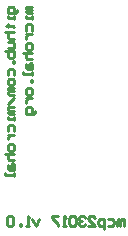
<source format=gbo>
G04 Layer_Color=13813960*
%FSLAX25Y25*%
%MOIN*%
G70*
G01*
G75*
%ADD16C,0.01000*%
D16*
X198500Y250000D02*
Y252133D01*
X197967D01*
X197434Y251600D01*
Y250000D01*
Y251600D01*
X196900Y252133D01*
X196367Y251600D01*
Y250000D01*
X193168Y252133D02*
X194768D01*
X195301Y251600D01*
Y250533D01*
X194768Y250000D01*
X193168D01*
X192102Y248934D02*
Y252133D01*
X190503D01*
X189969Y251600D01*
Y250533D01*
X190503Y250000D01*
X192102D01*
X186770D02*
X188903D01*
X186770Y252133D01*
Y252666D01*
X187304Y253199D01*
X188370D01*
X188903Y252666D01*
X185704D02*
X185171Y253199D01*
X184105D01*
X183572Y252666D01*
Y252133D01*
X184105Y251600D01*
X184638D01*
X184105D01*
X183572Y251066D01*
Y250533D01*
X184105Y250000D01*
X185171D01*
X185704Y250533D01*
X182505Y252666D02*
X181972Y253199D01*
X180906D01*
X180373Y252666D01*
Y250533D01*
X180906Y250000D01*
X181972D01*
X182505Y250533D01*
Y252666D01*
X179306Y250000D02*
X178240D01*
X178773D01*
Y253199D01*
X179306Y252666D01*
X176640Y253199D02*
X174508D01*
Y252666D01*
X176640Y250533D01*
Y250000D01*
X170242Y252133D02*
X169176Y250000D01*
X168110Y252133D01*
X167043Y250000D02*
X165977D01*
X166510D01*
Y253199D01*
X167043Y252666D01*
X164378Y250000D02*
Y250533D01*
X163845D01*
Y250000D01*
X164378D01*
X161712Y252666D02*
X161179Y253199D01*
X160112D01*
X159579Y252666D01*
Y250533D01*
X160112Y250000D01*
X161179D01*
X161712Y250533D01*
Y252666D01*
X163066Y321934D02*
Y321400D01*
X162533Y320867D01*
X159867D01*
Y322467D01*
X160400Y323000D01*
X161467D01*
X162000Y322467D01*
Y320867D01*
Y319801D02*
Y318735D01*
Y319268D01*
X159867D01*
Y319801D01*
X159334Y316602D02*
X159867D01*
Y317135D01*
Y316069D01*
Y316602D01*
X161467D01*
X162000Y316069D01*
X158801Y314469D02*
X162000D01*
X160400D01*
X159867Y313936D01*
Y312870D01*
X160400Y312337D01*
X162000D01*
X159867Y311270D02*
X161467D01*
X162000Y310737D01*
Y309138D01*
X159867D01*
X158801Y308071D02*
X162000D01*
Y306472D01*
X161467Y305939D01*
X160934D01*
X160400D01*
X159867Y306472D01*
Y308071D01*
X162000Y304872D02*
X161467D01*
Y304339D01*
X162000D01*
Y304872D01*
X159867Y300074D02*
Y301674D01*
X160400Y302207D01*
X161467D01*
X162000Y301674D01*
Y300074D01*
Y298475D02*
Y297408D01*
X161467Y296875D01*
X160400D01*
X159867Y297408D01*
Y298475D01*
X160400Y299008D01*
X161467D01*
X162000Y298475D01*
Y295809D02*
X159867D01*
Y295276D01*
X160400Y294742D01*
X162000D01*
X160400D01*
X159867Y294209D01*
X160400Y293676D01*
X162000D01*
Y292610D02*
X159867Y290477D01*
X162000Y289411D02*
X159867D01*
Y288878D01*
X160400Y288345D01*
X162000D01*
X160400D01*
X159867Y287811D01*
X160400Y287278D01*
X162000D01*
Y286212D02*
Y285146D01*
Y285679D01*
X159867D01*
Y286212D01*
Y281413D02*
Y283013D01*
X160400Y283546D01*
X161467D01*
X162000Y283013D01*
Y281413D01*
X159867Y280347D02*
X162000D01*
X160934D01*
X160400Y279814D01*
X159867Y279281D01*
Y278748D01*
X162000Y276615D02*
Y275549D01*
X161467Y275015D01*
X160400D01*
X159867Y275549D01*
Y276615D01*
X160400Y277148D01*
X161467D01*
X162000Y276615D01*
X158801Y273949D02*
X162000D01*
X160400D01*
X159867Y273416D01*
Y272350D01*
X160400Y271816D01*
X162000D01*
X159867Y270217D02*
Y269151D01*
X160400Y268618D01*
X162000D01*
Y270217D01*
X161467Y270750D01*
X160934Y270217D01*
Y268618D01*
X162000Y267551D02*
Y266485D01*
Y267018D01*
X158801D01*
Y267551D01*
X168000Y323000D02*
X165867D01*
Y322467D01*
X166401Y321934D01*
X168000D01*
X166401D01*
X165867Y321400D01*
X166401Y320867D01*
X168000D01*
Y319801D02*
Y318735D01*
Y319268D01*
X165867D01*
Y319801D01*
Y315003D02*
Y316602D01*
X166401Y317135D01*
X167467D01*
X168000Y316602D01*
Y315003D01*
X165867Y313936D02*
X168000D01*
X166934D01*
X166401Y313403D01*
X165867Y312870D01*
Y312337D01*
X168000Y310204D02*
Y309138D01*
X167467Y308605D01*
X166401D01*
X165867Y309138D01*
Y310204D01*
X166401Y310737D01*
X167467D01*
X168000Y310204D01*
X164801Y307538D02*
X168000D01*
X166401D01*
X165867Y307005D01*
Y305939D01*
X166401Y305406D01*
X168000D01*
X165867Y303806D02*
Y302740D01*
X166401Y302207D01*
X168000D01*
Y303806D01*
X167467Y304339D01*
X166934Y303806D01*
Y302207D01*
X168000Y301140D02*
Y300074D01*
Y300607D01*
X164801D01*
Y301140D01*
X168000Y298475D02*
X167467D01*
Y297941D01*
X168000D01*
Y298475D01*
Y295276D02*
Y294209D01*
X167467Y293676D01*
X166401D01*
X165867Y294209D01*
Y295276D01*
X166401Y295809D01*
X167467D01*
X168000Y295276D01*
X165867Y292610D02*
X168000D01*
X166934D01*
X166401Y292077D01*
X165867Y291544D01*
Y291010D01*
X169066Y288345D02*
Y287811D01*
X168533Y287278D01*
X165867D01*
Y288878D01*
X166401Y289411D01*
X167467D01*
X168000Y288878D01*
Y287278D01*
M02*

</source>
